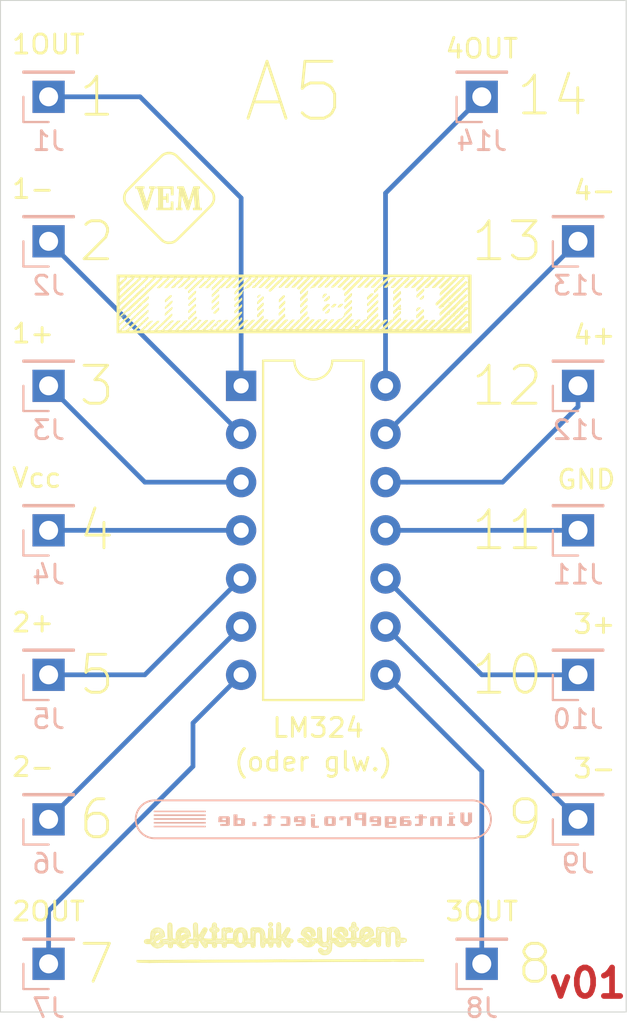
<source format=kicad_pcb>
(kicad_pcb (version 20171130) (host pcbnew "(5.1.2)-1")
  (title_block (title "NKM OpAmp Module A5") (date 2019-05-01) (rev v01) (company VintageProject) (comment 2 "VEB Numerik Karl Marx") (comment 3 "NKM Baukasten 100/150") (comment 4 "OpAmp Module A5"))
  (layers (0 F.Cu signal) (31 B.Cu signal) (34 B.Paste user) (35 F.Paste user) (36 B.SilkS user) (37 F.SilkS user) (38 B.Mask user) (39 F.Mask user) (44 Edge.Cuts user))
  (net 0 "")
  (net 1 "Net-(J1-Pad1)")
  (net 2 "Net-(J2-Pad1)")
  (net 3 "Net-(J3-Pad1)")
  (net 4 "Net-(J4-Pad1)")
  (net 5 "Net-(J5-Pad1)")
  (net 6 "Net-(J6-Pad1)")
  (net 7 "Net-(J7-Pad1)")
  (net 8 "Net-(J8-Pad1)")
  (net 9 "Net-(J9-Pad1)")
  (net 10 "Net-(J10-Pad1)")
  (net 11 "Net-(J11-Pad1)")
  (net 12 "Net-(J12-Pad1)")
  (net 13 "Net-(J13-Pad1)")
  (net 14 "Net-(J14-Pad1)")
  (module Thilo_Lib:numerik_4000dpi (layer F.Cu) (at 165.354 76.962)
    (fp_text reference G*** hide)
    (fp_text value LOGO hide)
  )
  (module Thilo_Lib:Logo_elektroniksystem_15mm (layer F.Cu) (at 164.592 110.49)
    (fp_text reference G*** hide)
    (fp_text value LOGO hide)
  )
  (module Thilo_Lib:Logo_VEM2 (layer F.Cu) (at 158.75 71.374)
    (fp_text reference G*** hide)
    (fp_text value LOGO hide)
  )
  (module Thilo_Lib:LOGO_VintageProject_F.SilkS (layer B.Cu) (at 166.37 104.14 180)
    (fp_text reference G*** hide)
    (fp_text value LOGO_VintageProject_F.SilkS hide)
  )
  (module Connector_PinHeader_2.54mm:PinHeader_1x01_P2.54mm_Vertical (layer B.Cu) (at 152.4 66.04)
    (fp_text reference J1 (at 0 2.33) (layer B.SilkS) (effects (justify mirror)))
    (fp_text value Conn_01x01_Male hide)
    (pad 1 thru_hole rect (at 0 0) (size 1.7 1.7) (drill 1) (layers *.Cu *.Mask) (net 1 "Net-(J1-Pad1)"))
  )
  (module Connector_PinHeader_2.54mm:PinHeader_1x01_P2.54mm_Vertical (layer B.Cu) (at 152.4 73.66)
    (fp_text reference J2 (at 0 2.33) (layer B.SilkS) (effects (justify mirror)))
    (fp_text value Conn_01x01_Male hide)
    (pad 1 thru_hole rect (at 0 0) (size 1.7 1.7) (drill 1) (layers *.Cu *.Mask) (net 2 "Net-(J2-Pad1)"))
  )
  (module Connector_PinHeader_2.54mm:PinHeader_1x01_P2.54mm_Vertical (layer B.Cu) (at 152.4 81.28)
    (fp_text reference J3 (at 0 2.33) (layer B.SilkS) (effects (justify mirror)))
    (fp_text value Conn_01x01_Male hide)
    (pad 1 thru_hole rect (at 0 0) (size 1.7 1.7) (drill 1) (layers *.Cu *.Mask) (net 3 "Net-(J3-Pad1)"))
  )
  (module Connector_PinHeader_2.54mm:PinHeader_1x01_P2.54mm_Vertical (layer B.Cu) (at 152.4 88.9)
    (fp_text reference J4 (at 0 2.33) (layer B.SilkS) (effects (justify mirror)))
    (fp_text value Conn_01x01_Male hide)
    (pad 1 thru_hole rect (at 0 0) (size 1.7 1.7) (drill 1) (layers *.Cu *.Mask) (net 4 "Net-(J4-Pad1)"))
  )
  (module Connector_PinHeader_2.54mm:PinHeader_1x01_P2.54mm_Vertical (layer B.Cu) (at 152.4 96.52)
    (fp_text reference J5 (at 0 2.33) (layer B.SilkS) (effects (justify mirror)))
    (fp_text value Conn_01x01_Male hide)
    (pad 1 thru_hole rect (at 0 0) (size 1.7 1.7) (drill 1) (layers *.Cu *.Mask) (net 5 "Net-(J5-Pad1)"))
  )
  (module Connector_PinHeader_2.54mm:PinHeader_1x01_P2.54mm_Vertical (layer B.Cu) (at 152.4 104.14)
    (fp_text reference J6 (at 0 2.33) (layer B.SilkS) (effects (justify mirror)))
    (fp_text value Conn_01x01_Male hide)
    (pad 1 thru_hole rect (at 0 0) (size 1.7 1.7) (drill 1) (layers *.Cu *.Mask) (net 6 "Net-(J6-Pad1)"))
  )
  (module Connector_PinHeader_2.54mm:PinHeader_1x01_P2.54mm_Vertical (layer B.Cu) (at 152.4 111.76)
    (fp_text reference J7 (at 0 2.33) (layer B.SilkS) (effects (justify mirror)))
    (fp_text value Conn_01x01_Male hide)
    (pad 1 thru_hole rect (at 0 0) (size 1.7 1.7) (drill 1) (layers *.Cu *.Mask) (net 7 "Net-(J7-Pad1)"))
  )
  (module Connector_PinHeader_2.54mm:PinHeader_1x01_P2.54mm_Vertical (layer B.Cu) (at 175.26 111.76)
    (fp_text reference J8 (at 0 2.33) (layer B.SilkS) (effects (justify mirror)))
    (fp_text value Conn_01x01_Male hide)
    (pad 1 thru_hole rect (at 0 0) (size 1.7 1.7) (drill 1) (layers *.Cu *.Mask) (net 8 "Net-(J8-Pad1)"))
  )
  (module Connector_PinHeader_2.54mm:PinHeader_1x01_P2.54mm_Vertical (layer B.Cu) (at 180.34 104.14)
    (fp_text reference J9 (at 0 2.33) (layer B.SilkS) (effects (justify mirror)))
    (fp_text value Conn_01x01_Male)
    (pad 1 thru_hole rect (at 0 0) (size 1.7 1.7) (drill 1) (layers *.Cu *.Mask) (net 9 "Net-(J9-Pad1)"))
  )
  (module Connector_PinHeader_2.54mm:PinHeader_1x01_P2.54mm_Vertical (layer B.Cu) (at 180.34 96.52)
    (fp_text reference J10 (at 0 2.33) (layer B.SilkS) (effects (justify mirror)))
    (fp_text value Conn_01x01_Male)
    (pad 1 thru_hole rect (at 0 0) (size 1.7 1.7) (drill 1) (layers *.Cu *.Mask) (net 10 "Net-(J10-Pad1)"))
  )
  (module Connector_PinHeader_2.54mm:PinHeader_1x01_P2.54mm_Vertical (layer B.Cu) (at 180.34 88.9)
    (fp_text reference J11 (at 0 2.33) (layer B.SilkS) (effects (justify mirror)))
    (fp_text value Conn_01x01_Male)
    (pad 1 thru_hole rect (at 0 0) (size 1.7 1.7) (drill 1) (layers *.Cu *.Mask) (net 11 "Net-(J11-Pad1)"))
  )
  (module Connector_PinHeader_2.54mm:PinHeader_1x01_P2.54mm_Vertical (layer B.Cu) (at 180.34 81.28)
    (fp_text reference J12 (at 0 2.33) (layer B.SilkS) (effects (justify mirror)))
    (fp_text value Conn_01x01_Male)
    (pad 1 thru_hole rect (at 0 0) (size 1.7 1.7) (drill 1) (layers *.Cu *.Mask) (net 12 "Net-(J12-Pad1)"))
  )
  (module Connector_PinHeader_2.54mm:PinHeader_1x01_P2.54mm_Vertical (layer B.Cu) (at 180.34 73.66)
    (fp_text reference J13 (at 0 2.33) (layer B.SilkS) (effects (justify mirror)))
    (fp_text value Conn_01x01_Male)
    (pad 1 thru_hole rect (at 0 0) (size 1.7 1.7) (drill 1) (layers *.Cu *.Mask) (net 13 "Net-(J13-Pad1)"))
  )
  (module Connector_PinHeader_2.54mm:PinHeader_1x01_P2.54mm_Vertical (layer B.Cu) (at 175.26 66.04)
    (fp_text reference J14 (at 0 2.33) (layer B.SilkS) (effects (justify mirror)))
    (fp_text value Conn_01x01_Male)
    (pad 1 thru_hole rect (at 0 0) (size 1.7 1.7) (drill 1) (layers *.Cu *.Mask) (net 14 "Net-(J14-Pad1)"))
  )
  (module Package_DIP:DIP-14_W7.62mm (layer F.Cu) (at 162.56 81.28)
    (fp_text reference U1 hide)
    (fp_text value LM324 (at 4.064 18.034) (layer F.SilkS))
    (pad 1 thru_hole rect (at 0 0) (size 1.6 1.6) (drill 0.8) (layers *.Cu *.Mask) (net 1 "Net-(J1-Pad1)"))
    (pad 8 thru_hole oval (at 7.62 15.24) (size 1.6 1.6) (drill 0.8) (layers *.Cu *.Mask) (net 8 "Net-(J8-Pad1)"))
    (pad 2 thru_hole oval (at 0 2.54) (size 1.6 1.6) (drill 0.8) (layers *.Cu *.Mask) (net 2 "Net-(J2-Pad1)"))
    (pad 9 thru_hole oval (at 7.62 12.7) (size 1.6 1.6) (drill 0.8) (layers *.Cu *.Mask) (net 9 "Net-(J9-Pad1)"))
    (pad 3 thru_hole oval (at 0 5.08) (size 1.6 1.6) (drill 0.8) (layers *.Cu *.Mask) (net 3 "Net-(J3-Pad1)"))
    (pad 10 thru_hole oval (at 7.62 10.16) (size 1.6 1.6) (drill 0.8) (layers *.Cu *.Mask) (net 10 "Net-(J10-Pad1)"))
    (pad 4 thru_hole oval (at 0 7.62) (size 1.6 1.6) (drill 0.8) (layers *.Cu *.Mask) (net 4 "Net-(J4-Pad1)"))
    (pad 11 thru_hole oval (at 7.62 7.62) (size 1.6 1.6) (drill 0.8) (layers *.Cu *.Mask) (net 11 "Net-(J11-Pad1)"))
    (pad 5 thru_hole oval (at 0 10.16) (size 1.6 1.6) (drill 0.8) (layers *.Cu *.Mask) (net 5 "Net-(J5-Pad1)"))
    (pad 12 thru_hole oval (at 7.62 5.08) (size 1.6 1.6) (drill 0.8) (layers *.Cu *.Mask) (net 12 "Net-(J12-Pad1)"))
    (pad 6 thru_hole oval (at 0 12.7) (size 1.6 1.6) (drill 0.8) (layers *.Cu *.Mask) (net 6 "Net-(J6-Pad1)"))
    (pad 13 thru_hole oval (at 7.62 2.54) (size 1.6 1.6) (drill 0.8) (layers *.Cu *.Mask) (net 13 "Net-(J13-Pad1)"))
    (pad 7 thru_hole oval (at 0 15.24) (size 1.6 1.6) (drill 0.8) (layers *.Cu *.Mask) (net 7 "Net-(J7-Pad1)"))
    (pad 14 thru_hole oval (at 7.62 0) (size 1.6 1.6) (drill 0.8) (layers *.Cu *.Mask) (net 14 "Net-(J14-Pad1)"))
  )
  (gr_text "(oder glw.)" (at 166.37 101.092) (layer F.SilkS) (effects (font (size 1 1))))
  (gr_text 9 (at 177.546 104.14) (layer F.SilkS) (effects (font (size 2 2))))
  (gr_text 10 (at 176.593619 96.52) (layer F.SilkS) (effects (font (size 2 2))))
  (gr_text 11 (at 176.593619 88.9) (layer F.SilkS) (effects (font (size 2 2))))
  (gr_text 14 (at 178.992174 65.97216) (layer F.SilkS) (effects (font (size 2 2))))
  (gr_text 8 (at 178.054 111.76) (layer F.SilkS) (effects (font (size 2 2))))
  (gr_text 7 (at 154.94 111.76) (layer F.SilkS) (effects (font (size 2 2))))
  (gr_text 6 (at 154.94 104.14) (layer F.SilkS) (effects (font (size 2 2))))
  (gr_text 3- (at 181.206823 101.458911) (layer F.SilkS) (effects (font (size 1 1))))
  (gr_text 3+ (at 181.206823 93.838911) (layer F.SilkS) (effects (font (size 1 1))))
  (gr_text 3OUT (at 175.26 108.995764) (layer F.SilkS) (effects (font (size 1 1))))
  (gr_text GND (at 180.778251 86.218911) (layer F.SilkS) (effects (font (size 1 1))))
  (gr_text 4- (at 181.206823 70.978911) (layer F.SilkS) (effects (font (size 1 1))))
  (gr_text 4+ (at 181.206823 78.598911) (layer F.SilkS) (effects (font (size 1 1))))
  (gr_text 2+ (at 151.580383 93.755764) (layer F.SilkS) (effects (font (size 1 1))))
  (gr_text 2- (at 151.580383 101.375764) (layer F.SilkS) (effects (font (size 1 1))))
  (gr_text 2OUT (at 152.389907 108.995764) (layer F.SilkS) (effects (font (size 1 1))))
  (gr_line (start 149.86 93.98) (end 149.86 60.96) (layer Edge.Cuts) (width 0.05))
  (gr_line (start 182.88 93.98) (end 182.88 60.96) (layer Edge.Cuts) (width 0.05))
  (gr_line (start 182.88 60.96) (end 149.86 60.96) (layer Edge.Cuts) (width 0.05))
  (gr_line (start 182.88 114.3) (end 182.88 93.98) (layer Edge.Cuts) (width 0.05))
  (gr_line (start 149.86 114.3) (end 182.88 114.3) (layer Edge.Cuts) (width 0.05))
  (gr_line (start 149.86 93.98) (end 149.86 114.3) (layer Edge.Cuts) (width 0.05))
  (gr_text 5 (at 154.94 96.52) (layer F.SilkS) (effects (font (size 2 2))))
  (gr_text v01 (at 180.848 112.776) (layer F.Cu) (effects (font (size 1.5 1.5) (thickness 0.3))))
  (gr_text 1+ (at 151.580383 78.515764) (layer F.SilkS) (effects (font (size 1 1))))
  (gr_text Vcc (at 151.770859 86.135764) (layer F.SilkS) (effects (font (size 1 1))))
  (gr_text 1OUT (at 152.389907 63.275764) (layer F.SilkS) (effects (font (size 1 1))))
  (gr_text 1- (at 151.580383 70.895764) (layer F.SilkS) (effects (font (size 1 1))))
  (gr_text 4OUT (at 175.26 63.5) (layer F.SilkS) (effects (font (size 1 1))))
  (gr_text 13 (at 176.593619 73.66) (layer F.SilkS) (effects (font (size 2 2))))
  (gr_text 12 (at 176.593619 81.28) (layer F.SilkS) (effects (font (size 2 2))))
  (gr_text 4 (at 154.94 88.9) (layer F.SilkS) (effects (font (size 2 2))))
  (gr_text 3 (at 154.94 81.28) (layer F.SilkS) (effects (font (size 2 2))))
  (gr_text 2 (at 154.94 73.66) (layer F.SilkS) (effects (font (size 2 2))))
  (gr_text 1 (at 154.94 66.04) (layer F.SilkS) (effects (font (size 2 2))))
  (gr_text A5 (at 165.354 65.786) (layer F.SilkS) (effects (font (size 3 3))))
  (segment (start 152.4 66.04) (end 157.226 66.04) (width 0.25) (layer B.Cu) (net 1))
  (segment (start 162.56 71.374) (end 162.56 81.28) (width 0.25) (layer B.Cu) (net 1))
  (segment (start 157.226 66.04) (end 162.56 71.374) (width 0.25) (layer B.Cu) (net 1))
  (segment (start 152.4 73.66) (end 162.56 83.82) (width 0.25) (layer B.Cu) (net 2))
  (segment (start 157.48 86.36) (end 162.56 86.36) (width 0.25) (layer B.Cu) (net 3))
  (segment (start 152.4 81.28) (end 157.48 86.36) (width 0.25) (layer B.Cu) (net 3))
  (segment (start 152.4 88.9) (end 162.56 88.9) (width 0.25) (layer B.Cu) (net 4))
  (segment (start 157.48 96.52) (end 162.56 91.44) (width 0.25) (layer B.Cu) (net 5))
  (segment (start 152.4 96.52) (end 157.48 96.52) (width 0.25) (layer B.Cu) (net 5))
  (segment (start 152.4 104.14) (end 162.56 93.98) (width 0.25) (layer B.Cu) (net 6))
  (segment (start 160.02 99.06) (end 162.56 96.52) (width 0.25) (layer B.Cu) (net 7))
  (segment (start 160.02 101.346) (end 160.02 99.06) (width 0.25) (layer B.Cu) (net 7))
  (segment (start 152.4 111.76) (end 152.4 108.966) (width 0.25) (layer B.Cu) (net 7))
  (segment (start 152.4 108.966) (end 160.02 101.346) (width 0.25) (layer B.Cu) (net 7))
  (segment (start 175.26 101.6) (end 170.18 96.52) (width 0.25) (layer B.Cu) (net 8))
  (segment (start 175.26 111.76) (end 175.26 101.6) (width 0.25) (layer B.Cu) (net 8))
  (segment (start 180.34 104.14) (end 170.18 93.98) (width 0.25) (layer B.Cu) (net 9))
  (segment (start 175.26 96.52) (end 170.18 91.44) (width 0.25) (layer B.Cu) (net 10))
  (segment (start 180.34 96.52) (end 175.26 96.52) (width 0.25) (layer B.Cu) (net 10))
  (segment (start 179.24 88.9) (end 170.18 88.9) (width 0.25) (layer B.Cu) (net 11))
  (segment (start 180.34 88.9) (end 179.24 88.9) (width 0.25) (layer B.Cu) (net 11))
  (segment (start 171.31137 86.36) (end 170.18 86.36) (width 0.25) (layer B.Cu) (net 12))
  (segment (start 176.36 86.36) (end 171.31137 86.36) (width 0.25) (layer B.Cu) (net 12))
  (segment (start 180.34 82.38) (end 176.36 86.36) (width 0.25) (layer B.Cu) (net 12))
  (segment (start 180.34 81.28) (end 180.34 82.38) (width 0.25) (layer B.Cu) (net 12))
  (segment (start 180.34 73.66) (end 170.18 83.82) (width 0.25) (layer B.Cu) (net 13))
  (segment (start 170.18 71.12) (end 170.18 81.28) (width 0.25) (layer B.Cu) (net 14))
  (segment (start 175.26 66.04) (end 170.18 71.12) (width 0.25) (layer B.Cu) (net 14))
)
</source>
